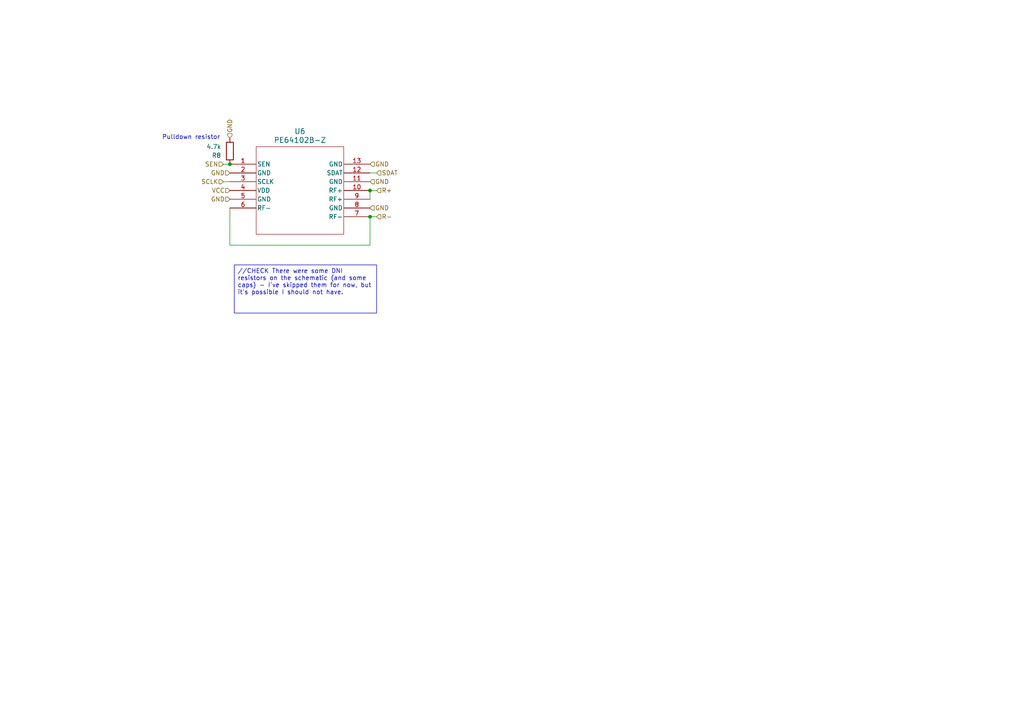
<source format=kicad_sch>
(kicad_sch (version 20230121) (generator eeschema)
  (paper "A4")
  (lib_symbols
    (symbol "Device:R" (pin_numbers hide) (pin_names (offset 0))
      (property "Reference" "R" (at 2.032 0 90))
      (property "Value" "R" (at 0 0 90))
      (symbol "R_0_1"
        (rectangle (start -1.016 -2.54) (end 1.016 2.54) (stroke (width 0.254)))
      )
      (symbol "R_1_1"
        (pin passive line (at 0 3.81 270) (length 1.27) (name "~") (number "1"))
        (pin passive line (at 0 -3.81 90) (length 1.27) (name "~") (number "2"))
      )
    )
    (symbol "erhannis:PE64102B-Z" (pin_names (offset 0.254))
      (property "Reference" "U" (at 20.32 10.16 0))
      (property "Value" "PE64102B-Z" (at 20.32 7.62 0))
      (symbol "PE64102B-Z_0_1"
        (polyline (pts (xy 7.62 -20.32) (xy 33.02 -20.32)) (stroke (width 0.127)))
        (polyline (pts (xy 7.62 5.08) (xy 7.62 -20.32)) (stroke (width 0.127)))
        (polyline (pts (xy 33.02 -20.32) (xy 33.02 5.08)) (stroke (width 0.127)))
        (polyline (pts (xy 33.02 5.08) (xy 7.62 5.08)) (stroke (width 0.127)))
        (pin input line (at 0 0 0) (length 7.62) (name "SEN") (number "1"))
        (pin bidirectional line (at 40.64 -7.62 180) (length 7.62) (name "RF+") (number "10"))
        (pin power_out line (at 40.64 -5.08 180) (length 7.62) (name "GND") (number "11"))
        (pin input line (at 40.64 -2.54 180) (length 7.62) (name "SDAT") (number "12"))
        (pin power_out line (at 40.64 0 180) (length 7.62) (name "GND") (number "13"))
        (pin power_out line (at 0 -2.54 0) (length 7.62) (name "GND") (number "2"))
        (pin input line (at 0 -5.08 0) (length 7.62) (name "SCLK") (number "3"))
        (pin power_in line (at 0 -7.62 0) (length 7.62) (name "VDD") (number "4"))
        (pin power_out line (at 0 -10.16 0) (length 7.62) (name "GND") (number "5"))
        (pin bidirectional line (at 0 -12.7 0) (length 7.62) (name "RF-") (number "6"))
        (pin bidirectional line (at 40.64 -15.24 180) (length 7.62) (name "RF-") (number "7"))
        (pin power_out line (at 40.64 -12.7 180) (length 7.62) (name "GND") (number "8"))
        (pin bidirectional line (at 40.64 -10.16 180) (length 7.62) (name "RF+") (number "9"))
      )
    )
  )
  (junction (at 107.315 55.245))
  (junction (at 66.675 47.625))
  (junction (at 107.315 62.865))
  (wire (pts (xy 107.315 55.245) (xy 107.315 57.785)))
  (wire (pts (xy 66.675 71.12) (xy 107.315 71.12)))
  (wire (pts (xy 107.315 71.12) (xy 107.315 62.865)))
  (wire (pts (xy 64.77 47.625) (xy 66.675 47.625)))
  (wire (pts (xy 107.315 55.245) (xy 109.22 55.245)))
  (wire (pts (xy 64.77 52.705) (xy 66.675 52.705)))
  (wire (pts (xy 107.315 62.865) (xy 109.22 62.865)))
  (wire (pts (xy 109.22 50.165) (xy 107.315 50.165)))
  (wire (pts (xy 66.675 60.325) (xy 66.675 71.12)))
  (text_box "//CHECK There were some DNI resistors on the schematic (and some caps) - I've skipped them for now, but it's possible I should not have." (at 67.945 76.835 0) (size 41.275 13.97) (effects (font (size 1.27 1.27)) (justify left top)))
  (text "Pulldown resistor" (at 46.99 40.64 0) (effects (font (size 1.27 1.27)) (justify left bottom)))
  (hierarchical_label "GND" (shape input) (at 107.315 60.325 0))
  (hierarchical_label "R-" (shape input) (at 109.22 62.865 0))
  (hierarchical_label "SDAT" (shape input) (at 109.22 50.165 0))
  (hierarchical_label "GND" (shape input) (at 66.675 50.165 180))
  (hierarchical_label "GND" (shape input) (at 66.675 40.005 90))
  (hierarchical_label "SCLK" (shape input) (at 64.77 52.705 180))
  (hierarchical_label "SEN" (shape input) (at 64.77 47.625 180))
  (hierarchical_label "R+" (shape input) (at 109.22 55.245 0))
  (hierarchical_label "GND" (shape input) (at 107.315 52.705 0))
  (hierarchical_label "GND" (shape input) (at 66.675 57.785 180))
  (hierarchical_label "VCC" (shape input) (at 66.675 55.245 180))
  (hierarchical_label "GND" (shape input) (at 107.315 47.625 0))
  (symbol (lib_id "Device:R") (at 66.675 43.815 180) (unit 1)
    (property "Reference" "R8" (at 64.135 45.085 0) (effects (justify left)))
    (property "Value" "4.7k" (at 64.135 42.545 0) (effects (justify left)))
    (property "Footprint" "Resistor_SMD:R_0402_1005Metric" (effects hide))
    (property "MFR" "0402WGF4701TCE" (effects hide))
    (property "LCSC" "C25900" (effects hide))
    (property "Description" "62.5mW Thick Film Resistors 50V ±100ppm/℃ ±1% 4.7kΩ 0402  Chip Resistor - Surface Mount ROHS" (effects hide))
    (property "URL" "https://jlcpcb.com/partdetail/26643-0402WGF4701TCE/C25900" (effects hide))
  )
  (symbol (lib_id "erhannis:PE64102B-Z") (at 66.675 47.625 0) (unit 1)
    (property "Reference" "U6" (at 86.995 38.1 0) (effects (font (size 1.524 1.524))))
    (property "Value" "PE64102B-Z" (at 86.995 40.64 0) (effects (font (size 1.524 1.524))))
    (property "Footprint" "erhannis:QFN12_2X2X0.55_PSM" (effects hide))
    (property "Datasheet" "https://www.psemi.com/pdf/datasheets/pe64102ds.pdf" (effects hide))
    (property "URL" "https://www.digikey.com/en/products/detail/psemi/PE64102B-Z/3728586" (effects hide))
  )
)
</source>
